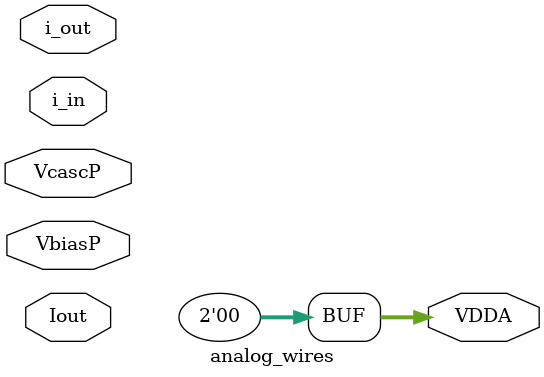
<source format=sv>
`default_nettype none

module sg13g2_inv_1(
    output wire Y,
    input  wire A
);
    assign Y = ~A;
endmodule

// 128-bit DAC macro stub
module dac128module(
    output wire       Iout,
    inout  wire [1:0] VcascP,
    inout  wire [1:0] VbiasP,
    input  wire [127:0] ON,
    input  wire [127:0] ONB,
    input  wire [3:0]   EN,
    input  wire [3:0]   ENB,
    input  wire         VDD,
    input  wire         VSS
);
    // Crude digital placeholder: drive Iout high if any ON bit is set and any EN bit is high.
    // (The real macro is analog/current-mode.)
    wire en_any  = |EN;
    wire on_any  = |ON;
    assign Iout  = en_any & on_any;
endmodule

// Analog wiring/bias network stub
module analog_wires(
    input  wire       Iout,
    inout  wire [1:0] VcascP,
    inout  wire [1:0] VbiasP,
    inout  wire       i_out,
    inout  wire       i_in,
    output wire [1:0] VDDA
);
    // Provide a stable value for VDDA so 'unused' reduction doesn't go X.
    assign VDDA = 2'b00;

    // Leave i_in/i_out/VcascP/VbiasP undriven (high-Z) in this stub.
    // If your TB checks these, replace with a more detailed behavioral model.
endmodule

`default_nettype wire

</source>
